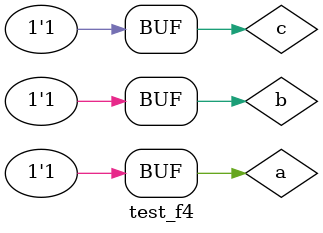
<source format=v>
module f4 (output s, input a, input b, input c);  
assign s = (a & ~c) | (b & c) ;
endmodule // f4 
module test_f4; 
// ------------------------- definir dados 
reg a; 
reg b;
reg c;
wire s; 
f4 modulo1 (s, a, b, c); 
// ------------------------- parte principal 
initial begin 
$display("Exemplo0032 - Marcio Santana Correa - 345368"); 
$display("Test LU's module"); 
a = 0; b = 0; c = 0;  
// projetar testes do modulo 
$display("S1 S2 C S");
$monitor("%b  %b  %b %b",a,b,c,s);
#1 a = 0; b = 0; c = 1;
#1 a = 0; b = 1; c = 0;
#1 a = 0; b = 1; c = 1;
#1 a = 1; b = 0; c = 0;
#1 a = 1; b = 0; c = 1;
#1 a = 1; b = 1; c = 0;
#1 a = 1; b = 1; c = 1;
end 
endmodule // test_f4 
</source>
